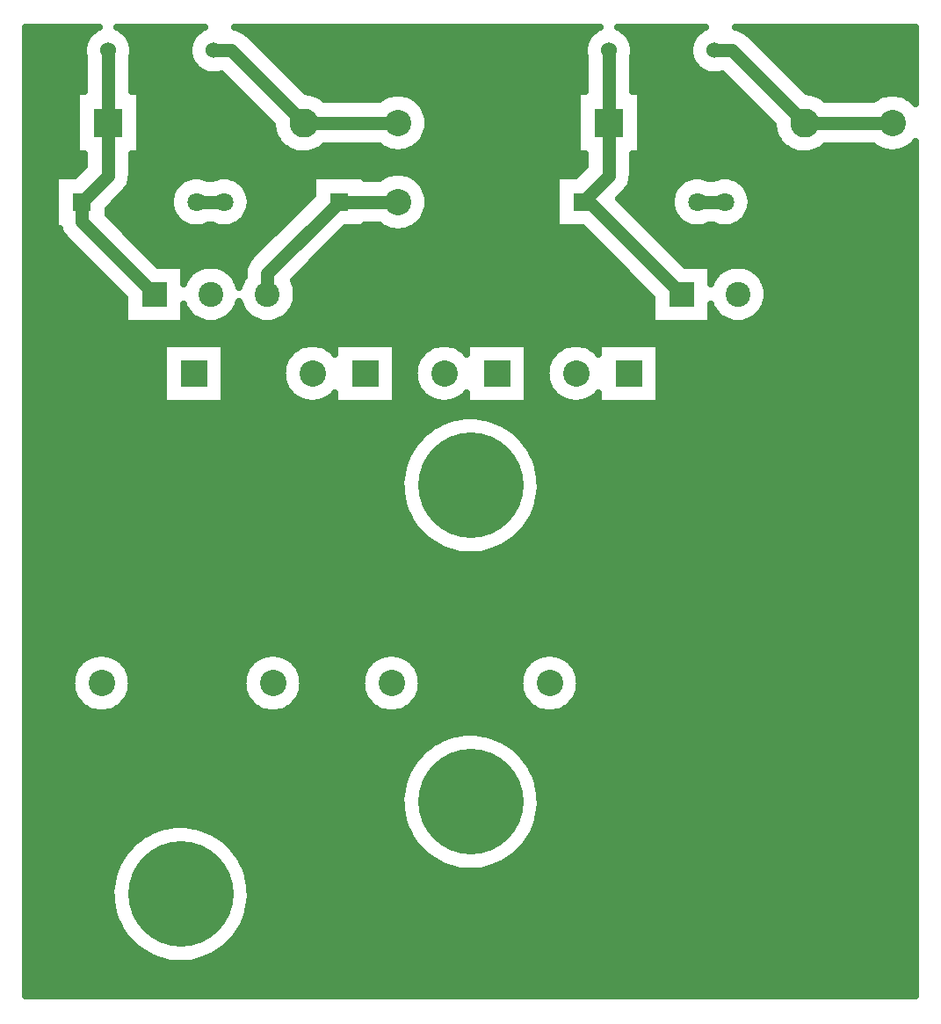
<source format=gbr>
G04 DipTrace 3.1.0.1*
G04 Bottom.gbr*
%MOIN*%
G04 #@! TF.FileFunction,Copper,L2,Bot*
G04 #@! TF.Part,Single*
G04 #@! TA.AperFunction,Conductor*
%ADD14C,0.012992*%
%ADD16C,0.05*%
G04 #@! TA.AperFunction,CopperBalancing*
%ADD18C,0.025*%
G04 #@! TA.AperFunction,ComponentPad*
%ADD20R,0.070866X0.070866*%
%ADD21C,0.070866*%
%ADD22R,0.110236X0.110236*%
%ADD23C,0.110236*%
%ADD24C,0.1*%
%ADD25R,0.1X0.1*%
%ADD26C,0.4*%
%ADD27C,0.06*%
%ADD28C,0.06*%
%ADD29R,0.094488X0.094488*%
%ADD30C,0.094488*%
%FSLAX26Y26*%
G04*
G70*
G90*
G75*
G01*
G04 Bottom*
%LPD*%
X1423134Y3144000D2*
D16*
Y3223134D1*
X1694000Y3494000D1*
X1919000D1*
X3094000Y2844000D2*
D14*
X3394000Y3144000D1*
X3423134D1*
X2931500Y1669000D2*
Y2181500D1*
X3094000Y2344000D1*
Y2844000D1*
X3423134Y3144000D2*
X3494000D1*
X3594000Y3044000D1*
Y1669000D1*
X3294000Y869000D2*
Y1669000D1*
X3594000D1*
X3423134Y3144000D2*
D16*
Y3323134D1*
X3594000Y3494000D1*
X3794000D1*
X719000D2*
Y3419000D1*
X994000Y3144000D1*
X819000Y3794000D2*
Y3594000D1*
X719000Y3494000D1*
X819000Y3794000D2*
Y4069000D1*
X1154039Y3494000D2*
X1258961D1*
X2619000D2*
X2644000D1*
X2994000Y3144000D1*
X2719000Y3794000D2*
Y3594000D1*
X2619000Y3494000D1*
X2719000Y4069000D2*
Y3794000D1*
X3054039Y3494000D2*
X3158961D1*
X1219000Y4069000D2*
X1285732D1*
X1560732Y3794000D1*
X1919000D1*
X3460732D2*
X3794000D1*
X3119000Y4069000D2*
X3185732D1*
X3460732Y3794000D1*
X509018Y4131631D2*
D18*
X747062D1*
X890933D2*
X1147063D1*
X1350753D2*
X2647093D1*
X2790929D2*
X3047094D1*
X3250749D2*
X3878997D1*
X509018Y4106762D2*
X730950D1*
X907046D2*
X1130950D1*
X1375621D2*
X2630982D1*
X2807041D2*
X3030983D1*
X3275617D2*
X3878997D1*
X509018Y4081894D2*
X723881D1*
X914114D2*
X1123882D1*
X1400488D2*
X2623877D1*
X2814110D2*
X3023877D1*
X3300484D2*
X3878997D1*
X509018Y4057025D2*
X723773D1*
X914222D2*
X1123774D1*
X1425357D2*
X2623769D1*
X2814218D2*
X3023769D1*
X3325353D2*
X3878997D1*
X509018Y4032156D2*
X728007D1*
X909988D2*
X1130556D1*
X1450224D2*
X2628003D1*
X2809984D2*
X3030551D1*
X3350220D2*
X3878997D1*
X509018Y4007287D2*
X728007D1*
X909988D2*
X1146273D1*
X1475092D2*
X2628003D1*
X2809984D2*
X3046269D1*
X3375088D2*
X3878997D1*
X509018Y3982419D2*
X728007D1*
X909988D2*
X1181189D1*
X1499959D2*
X2628003D1*
X2809984D2*
X3081220D1*
X3399955D2*
X3878997D1*
X509018Y3957550D2*
X728007D1*
X909988D2*
X1269535D1*
X1524828D2*
X2628003D1*
X2809984D2*
X3169531D1*
X3424823D2*
X3878997D1*
X509018Y3932681D2*
X728007D1*
X909988D2*
X1294403D1*
X1549696D2*
X2628003D1*
X2809984D2*
X3194399D1*
X3449727D2*
X3878997D1*
X509018Y3907812D2*
X697865D1*
X940130D2*
X1319270D1*
X1596668D2*
X2597896D1*
X2840126D2*
X3219266D1*
X3496664D2*
X3878997D1*
X509018Y3882944D2*
X697865D1*
X940130D2*
X1344139D1*
X1641702D2*
X1845979D1*
X1992004D2*
X2597896D1*
X2840126D2*
X3244134D1*
X3541698D2*
X3721000D1*
X3867024D2*
X3878997D1*
X509018Y3858075D2*
X697865D1*
X940130D2*
X1369007D1*
X2015185D2*
X2597896D1*
X2840126D2*
X3269003D1*
X509018Y3833206D2*
X697865D1*
X940130D2*
X1393874D1*
X2028031D2*
X2597896D1*
X2840126D2*
X3293870D1*
X509018Y3808337D2*
X697865D1*
X940130D2*
X1418741D1*
X2034096D2*
X2597896D1*
X2840126D2*
X3318738D1*
X509018Y3783469D2*
X697865D1*
X940130D2*
X1440093D1*
X2034526D2*
X2597896D1*
X2840126D2*
X3340089D1*
X509018Y3758600D2*
X697865D1*
X940130D2*
X1445009D1*
X2029323D2*
X2597896D1*
X2840126D2*
X3345005D1*
X509018Y3733731D2*
X697865D1*
X940130D2*
X1456062D1*
X2017661D2*
X2597896D1*
X2840126D2*
X3356058D1*
X509018Y3708862D2*
X697865D1*
X940130D2*
X1475654D1*
X1996560D2*
X2597896D1*
X2840126D2*
X3375650D1*
X509018Y3683993D2*
X697865D1*
X940130D2*
X1513870D1*
X1607613D2*
X1888573D1*
X1949445D2*
X2597896D1*
X2840126D2*
X3413866D1*
X3507608D2*
X3763558D1*
X3824429D2*
X3878997D1*
X509018Y3659125D2*
X728007D1*
X909988D2*
X2628003D1*
X2809984D2*
X3878997D1*
X509018Y3634256D2*
X728007D1*
X909988D2*
X2628003D1*
X2809984D2*
X3878997D1*
X509018Y3609387D2*
X706728D1*
X909988D2*
X2606723D1*
X2809984D2*
X3878997D1*
X509018Y3584518D2*
X617555D1*
X909486D2*
X1111609D1*
X1196451D2*
X1216534D1*
X1301377D2*
X1592564D1*
X1795430D2*
X1848024D1*
X1989958D2*
X2517551D1*
X2809482D2*
X3011605D1*
X3096483D2*
X3116530D1*
X3201373D2*
X3878997D1*
X509018Y3559650D2*
X617555D1*
X903062D2*
X1077518D1*
X1335467D2*
X1592564D1*
X2014072D2*
X2517551D1*
X2803058D2*
X2977514D1*
X3235462D2*
X3878997D1*
X509018Y3534781D2*
X617555D1*
X887273D2*
X1061407D1*
X1351614D2*
X1592564D1*
X2027421D2*
X2517551D1*
X2787269D2*
X2961403D1*
X3251610D2*
X3878997D1*
X509018Y3509912D2*
X617555D1*
X862585D2*
X1053907D1*
X1359114D2*
X1582266D1*
X2033881D2*
X2517551D1*
X2762581D2*
X2953903D1*
X3259110D2*
X3878997D1*
X509018Y3485043D2*
X617555D1*
X837717D2*
X1053010D1*
X1359975D2*
X1557398D1*
X2034634D2*
X2517551D1*
X2780630D2*
X2953007D1*
X3259971D2*
X3878997D1*
X509018Y3460175D2*
X617555D1*
X820421D2*
X1058572D1*
X1354449D2*
X1532530D1*
X2029825D2*
X2517551D1*
X2805499D2*
X2958568D1*
X3254445D2*
X3878997D1*
X509018Y3435306D2*
X617555D1*
X830361D2*
X1071886D1*
X1341101D2*
X1507663D1*
X2018630D2*
X2517551D1*
X2830366D2*
X2971881D1*
X3241096D2*
X3878997D1*
X509018Y3410437D2*
X617555D1*
X855228D2*
X1098583D1*
X1314438D2*
X1482795D1*
X1998319D2*
X2517551D1*
X2855234D2*
X2998579D1*
X3214434D2*
X3878997D1*
X509018Y3385568D2*
X634564D1*
X880096D2*
X1457928D1*
X1713219D2*
X1882975D1*
X1955043D2*
X2624773D1*
X2880101D2*
X3878997D1*
X509018Y3360699D2*
X649923D1*
X904965D2*
X1433024D1*
X1688352D2*
X2649642D1*
X2904970D2*
X3878997D1*
X509018Y3335831D2*
X674504D1*
X929832D2*
X1408156D1*
X1663484D2*
X2674509D1*
X2929837D2*
X3878997D1*
X509018Y3310962D2*
X699371D1*
X954699D2*
X1383289D1*
X1638617D2*
X2699377D1*
X2954705D2*
X3878997D1*
X509018Y3286093D2*
X724239D1*
X979567D2*
X1358420D1*
X1613748D2*
X2724244D1*
X2979572D2*
X3878997D1*
X509018Y3261224D2*
X749106D1*
X1004434D2*
X1340765D1*
X1588881D2*
X2749112D1*
X3004440D2*
X3878997D1*
X509018Y3236356D2*
X773975D1*
X1107243D2*
X1144945D1*
X1272167D2*
X1333122D1*
X1564013D2*
X2773980D1*
X3107248D2*
X3144950D1*
X3272172D2*
X3878997D1*
X509018Y3211487D2*
X798843D1*
X1107243D2*
X1118240D1*
X1298865D2*
X1332117D1*
X1539146D2*
X2798848D1*
X3107248D2*
X3118253D1*
X3298870D2*
X3878997D1*
X509018Y3186618D2*
X823710D1*
X1527841D2*
X2823715D1*
X3313295D2*
X3878997D1*
X509018Y3161749D2*
X848577D1*
X1534946D2*
X2848583D1*
X3320365D2*
X3878997D1*
X509018Y3136881D2*
X873446D1*
X1536131D2*
X2873450D1*
X3321584D2*
X3878997D1*
X509018Y3112012D2*
X880766D1*
X1531646D2*
X2880772D1*
X3317098D2*
X3878997D1*
X509018Y3087143D2*
X880766D1*
X1306113D2*
X1325587D1*
X1520665D2*
X2880772D1*
X3306118D2*
X3878997D1*
X509018Y3062274D2*
X880766D1*
X1107243D2*
X1131345D1*
X1285803D2*
X1345896D1*
X1500354D2*
X2880772D1*
X3107248D2*
X3131350D1*
X3285808D2*
X3878997D1*
X509018Y3037406D2*
X880766D1*
X1107243D2*
X1176021D1*
X1241092D2*
X1390609D1*
X1455678D2*
X2880772D1*
X3107248D2*
X3176026D1*
X3241096D2*
X3878997D1*
X509018Y3012537D2*
X3878997D1*
X509018Y2987668D2*
X3878997D1*
X509018Y2962799D2*
X3878997D1*
X509018Y2937930D2*
X1027999D1*
X1260003D2*
X1527794D1*
X1660219D2*
X1678005D1*
X1910008D2*
X2027804D1*
X2160228D2*
X2178016D1*
X2409983D2*
X2527778D1*
X2660203D2*
X2677990D1*
X2909993D2*
X3878997D1*
X509018Y2913062D2*
X1027999D1*
X1260003D2*
X1501419D1*
X1910008D2*
X2001429D1*
X2409983D2*
X2501440D1*
X2909993D2*
X3878997D1*
X509018Y2888193D2*
X1027999D1*
X1260003D2*
X1486958D1*
X1910008D2*
X1986967D1*
X2409983D2*
X2486942D1*
X2909993D2*
X3878997D1*
X509018Y2863324D2*
X1027999D1*
X1260003D2*
X1479673D1*
X1910008D2*
X1979647D1*
X2409983D2*
X2479657D1*
X2909993D2*
X3878997D1*
X509018Y2838455D2*
X1027999D1*
X1260003D2*
X1478130D1*
X1910008D2*
X1978140D1*
X2409983D2*
X2478151D1*
X2909993D2*
X3878997D1*
X509018Y2813587D2*
X1027999D1*
X1260003D2*
X1482150D1*
X1910008D2*
X1982159D1*
X2409983D2*
X2482134D1*
X2909993D2*
X3878997D1*
X509018Y2788718D2*
X1027999D1*
X1260003D2*
X1492377D1*
X1910008D2*
X1992386D1*
X2409983D2*
X2492361D1*
X2909993D2*
X3878997D1*
X509018Y2763849D2*
X1027999D1*
X1260003D2*
X1511143D1*
X1910008D2*
X2011154D1*
X2409983D2*
X2511129D1*
X2909993D2*
X3878997D1*
X509018Y2738980D2*
X1027999D1*
X1260003D2*
X1548463D1*
X1639550D2*
X1678005D1*
X1910008D2*
X2048437D1*
X2139559D2*
X2178016D1*
X2409983D2*
X2548448D1*
X2639534D2*
X2677990D1*
X2909993D2*
X3878997D1*
X509018Y2714112D2*
X3878997D1*
X509018Y2689243D2*
X3878997D1*
X509018Y2664374D2*
X2095446D1*
X2292534D2*
X3878997D1*
X509018Y2639505D2*
X2047253D1*
X2340762D2*
X3878997D1*
X509018Y2614636D2*
X2014993D1*
X2373022D2*
X3878997D1*
X509018Y2589768D2*
X1990807D1*
X2397172D2*
X3878997D1*
X509018Y2564899D2*
X1972076D1*
X2415904D2*
X3878997D1*
X509018Y2540030D2*
X1957436D1*
X2430545D2*
X3878997D1*
X509018Y2515161D2*
X1946168D1*
X2441812D2*
X3878997D1*
X509018Y2490293D2*
X1937843D1*
X2450173D2*
X3878997D1*
X509018Y2465424D2*
X1932136D1*
X2455878D2*
X3878997D1*
X509018Y2440555D2*
X1928871D1*
X2459108D2*
X3878997D1*
X509018Y2415686D2*
X1928010D1*
X2459970D2*
X3878997D1*
X509018Y2390818D2*
X1929517D1*
X2458499D2*
X3878997D1*
X509018Y2365949D2*
X1933392D1*
X2454587D2*
X3878997D1*
X509018Y2341080D2*
X1939780D1*
X2448199D2*
X3878997D1*
X509018Y2316211D2*
X1948858D1*
X2439121D2*
X3878997D1*
X509018Y2291343D2*
X1960988D1*
X2427028D2*
X3878997D1*
X509018Y2266474D2*
X1976633D1*
X2411382D2*
X3878997D1*
X509018Y2241605D2*
X1996656D1*
X2391358D2*
X3878997D1*
X509018Y2216736D2*
X2022601D1*
X2365379D2*
X3878997D1*
X509018Y2191867D2*
X2057911D1*
X2330068D2*
X3878997D1*
X509018Y2166999D2*
X2114500D1*
X2273479D2*
X3878997D1*
X509018Y2142130D2*
X3878997D1*
X509018Y2117261D2*
X3878997D1*
X509018Y2092392D2*
X3878997D1*
X509018Y2067524D2*
X3878997D1*
X509018Y2042655D2*
X3878997D1*
X509018Y2017786D2*
X3878997D1*
X509018Y1992917D2*
X3878997D1*
X509018Y1968049D2*
X3878997D1*
X509018Y1943180D2*
X3878997D1*
X509018Y1918311D2*
X3878997D1*
X509018Y1893442D2*
X3878997D1*
X509018Y1868573D2*
X3878997D1*
X509018Y1843705D2*
X3878997D1*
X509018Y1818836D2*
X3878997D1*
X509018Y1793967D2*
X3878997D1*
X509018Y1769098D2*
X737983D1*
X849990D2*
X1387990D1*
X1499996D2*
X1838013D1*
X1950020D2*
X2437996D1*
X2550003D2*
X3878997D1*
X509018Y1744230D2*
X706512D1*
X881496D2*
X1356518D1*
X1531501D2*
X1806507D1*
X1981490D2*
X2406526D1*
X2581474D2*
X3878997D1*
X509018Y1719361D2*
X689790D1*
X898218D2*
X1339797D1*
X1548224D2*
X1789785D1*
X1998211D2*
X2389768D1*
X2598231D2*
X3878997D1*
X509018Y1694492D2*
X680891D1*
X907117D2*
X1330898D1*
X1557088D2*
X1780885D1*
X2007112D2*
X2380904D1*
X2607094D2*
X3878997D1*
X509018Y1669623D2*
X677984D1*
X909988D2*
X1327991D1*
X1559993D2*
X1778014D1*
X2009982D2*
X2377997D1*
X2610001D2*
X3878997D1*
X509018Y1644755D2*
X680604D1*
X907369D2*
X1330610D1*
X1557374D2*
X1780634D1*
X2007398D2*
X2380617D1*
X2607382D2*
X3878997D1*
X509018Y1619886D2*
X689180D1*
X898828D2*
X1339186D1*
X1548835D2*
X1789175D1*
X1998822D2*
X2389194D1*
X2598841D2*
X3878997D1*
X509018Y1595017D2*
X705436D1*
X882572D2*
X1355442D1*
X1532579D2*
X1805429D1*
X1982566D2*
X2405413D1*
X2582585D2*
X3878997D1*
X509018Y1570148D2*
X735722D1*
X852286D2*
X1385728D1*
X1502256D2*
X1835717D1*
X1952280D2*
X2435735D1*
X2552264D2*
X3878997D1*
X509018Y1545280D2*
X3878997D1*
X509018Y1520411D2*
X3878997D1*
X509018Y1495542D2*
X3878997D1*
X509018Y1470673D2*
X2113459D1*
X2274556D2*
X3878997D1*
X509018Y1445804D2*
X2057373D1*
X2330643D2*
X3878997D1*
X509018Y1420936D2*
X2022241D1*
X2365773D2*
X3878997D1*
X509018Y1396067D2*
X1996370D1*
X2391646D2*
X3878997D1*
X509018Y1371198D2*
X1976417D1*
X2411597D2*
X3878997D1*
X509018Y1346329D2*
X1960808D1*
X2427207D2*
X3878997D1*
X509018Y1321461D2*
X1948751D1*
X2439264D2*
X3878997D1*
X509018Y1296592D2*
X1939672D1*
X2448307D2*
X3878997D1*
X509018Y1271723D2*
X1933322D1*
X2454659D2*
X3878997D1*
X509018Y1246854D2*
X1929482D1*
X2458534D2*
X3878997D1*
X509018Y1221986D2*
X1928010D1*
X2459970D2*
X3878997D1*
X509018Y1197117D2*
X1928907D1*
X2459072D2*
X3878997D1*
X509018Y1172248D2*
X1932173D1*
X2455807D2*
X3878997D1*
X509018Y1147379D2*
X1937915D1*
X2450066D2*
X3878997D1*
X509018Y1122510D2*
X1019638D1*
X1168354D2*
X1946311D1*
X2441705D2*
X3878997D1*
X509018Y1097642D2*
X960537D1*
X1227491D2*
X1957614D1*
X2430400D2*
X3878997D1*
X509018Y1072773D2*
X924437D1*
X1263555D2*
X1972291D1*
X2415688D2*
X3878997D1*
X509018Y1047904D2*
X898026D1*
X1289966D2*
X1991094D1*
X2396885D2*
X3878997D1*
X509018Y1023035D2*
X877715D1*
X1310276D2*
X2015352D1*
X2372663D2*
X3878997D1*
X509018Y998167D2*
X861819D1*
X1326173D2*
X2047756D1*
X2340260D2*
X3878997D1*
X509018Y973298D2*
X849510D1*
X1338480D2*
X2096307D1*
X2291709D2*
X3878997D1*
X509018Y948429D2*
X840253D1*
X1347739D2*
X3878997D1*
X509018Y923560D2*
X833722D1*
X1354306D2*
X3878997D1*
X509018Y898692D2*
X829667D1*
X1358325D2*
X3878997D1*
X509018Y873823D2*
X828052D1*
X1359940D2*
X3878997D1*
X509018Y848954D2*
X828770D1*
X1359222D2*
X3878997D1*
X509018Y824085D2*
X831856D1*
X1356136D2*
X3878997D1*
X509018Y799217D2*
X837417D1*
X1350573D2*
X3878997D1*
X509018Y774348D2*
X845600D1*
X1342428D2*
X3878997D1*
X509018Y749479D2*
X856652D1*
X1331340D2*
X3878997D1*
X509018Y724610D2*
X871077D1*
X1316915D2*
X3878997D1*
X509018Y699741D2*
X889558D1*
X1298434D2*
X3878997D1*
X509018Y674873D2*
X913312D1*
X1274678D2*
X3878997D1*
X509018Y650004D2*
X944963D1*
X1243029D2*
X3878997D1*
X509018Y625135D2*
X991684D1*
X1196308D2*
X3878997D1*
X509018Y600266D2*
X3878997D1*
X509018Y575398D2*
X3878997D1*
X509018Y550529D2*
X3878997D1*
X509018Y525660D2*
X3878997D1*
X509018Y500791D2*
X3878997D1*
X629253Y3592933D2*
X692804D1*
X730500Y3630745D1*
Y3675349D1*
X700382Y3675382D1*
Y3912618D1*
X730488D1*
X730500Y4038837D1*
X728084Y4047173D1*
X726651Y4054374D1*
X725789Y4061664D1*
X725500Y4069000D1*
X725789Y4076336D1*
X726651Y4083626D1*
X728084Y4090827D1*
X730076Y4097894D1*
X732617Y4104781D1*
X735690Y4111448D1*
X739278Y4117853D1*
X743357Y4123958D1*
X747902Y4129723D1*
X752886Y4135114D1*
X758277Y4140098D1*
X764042Y4144643D1*
X770147Y4148722D1*
X776552Y4152310D1*
X786260Y4156504D1*
X506497Y4156500D1*
X506500Y481505D1*
X3881503Y481500D1*
X3881500Y3721722D1*
X3874257Y3713743D1*
X3867713Y3707694D1*
X3860714Y3702177D1*
X3853303Y3697226D1*
X3845528Y3692871D1*
X3837434Y3689139D1*
X3829073Y3686055D1*
X3820496Y3683636D1*
X3811756Y3681898D1*
X3802906Y3680850D1*
X3794000Y3680500D1*
X3785094Y3680850D1*
X3776244Y3681898D1*
X3767504Y3683636D1*
X3758927Y3686055D1*
X3750566Y3689139D1*
X3742472Y3692871D1*
X3734697Y3697226D1*
X3727286Y3702177D1*
X3723049Y3705517D1*
X3539689Y3705500D1*
X3531709Y3698961D1*
X3524143Y3693755D1*
X3516198Y3689148D1*
X3507920Y3685172D1*
X3499358Y3681846D1*
X3490566Y3679194D1*
X3481593Y3677231D1*
X3472497Y3675967D1*
X3463329Y3675411D1*
X3454147Y3675564D1*
X3445004Y3676429D1*
X3435955Y3677999D1*
X3427054Y3680264D1*
X3418356Y3683210D1*
X3409911Y3686820D1*
X3401772Y3691073D1*
X3393986Y3695944D1*
X3386598Y3701402D1*
X3379656Y3707415D1*
X3373201Y3713946D1*
X3367270Y3720959D1*
X3361899Y3728408D1*
X3357121Y3736252D1*
X3352963Y3744441D1*
X3349451Y3752928D1*
X3346608Y3761660D1*
X3344448Y3770587D1*
X3342986Y3779654D1*
X3342361Y3787197D1*
X3149108Y3980466D1*
X3140827Y3978084D1*
X3133626Y3976651D1*
X3126336Y3975789D1*
X3119000Y3975500D1*
X3111664Y3975789D1*
X3104374Y3976651D1*
X3097173Y3978084D1*
X3090106Y3980076D1*
X3083219Y3982617D1*
X3076552Y3985690D1*
X3070147Y3989278D1*
X3064042Y3993357D1*
X3058277Y3997902D1*
X3052886Y4002886D1*
X3047902Y4008277D1*
X3043357Y4014042D1*
X3039278Y4020147D1*
X3035690Y4026552D1*
X3032617Y4033219D1*
X3030076Y4040106D1*
X3028084Y4047173D1*
X3026651Y4054374D1*
X3025789Y4061664D1*
X3025500Y4069000D1*
X3025789Y4076336D1*
X3026651Y4083626D1*
X3028084Y4090827D1*
X3030076Y4097894D1*
X3032617Y4104781D1*
X3035690Y4111448D1*
X3039278Y4117853D1*
X3043357Y4123958D1*
X3047902Y4129723D1*
X3052886Y4135114D1*
X3058277Y4140098D1*
X3064042Y4144643D1*
X3070147Y4148722D1*
X3076552Y4152310D1*
X3086260Y4156504D1*
X2751986Y4156500D1*
X2761448Y4152310D1*
X2767853Y4148722D1*
X2773958Y4144643D1*
X2779723Y4140098D1*
X2785114Y4135114D1*
X2790098Y4129723D1*
X2794643Y4123958D1*
X2798722Y4117853D1*
X2802310Y4111448D1*
X2805383Y4104781D1*
X2807924Y4097894D1*
X2809916Y4090827D1*
X2811349Y4083626D1*
X2812211Y4076336D1*
X2812500Y4069000D1*
X2812211Y4061664D1*
X2811349Y4054374D1*
X2809916Y4047173D1*
X2807497Y4038950D1*
X2807500Y3912652D1*
X2837618Y3912618D1*
Y3675382D1*
X2807512D1*
X2807500Y3594000D1*
X2807227Y3587056D1*
X2806411Y3580156D1*
X2805055Y3573340D1*
X2803168Y3566652D1*
X2800764Y3560133D1*
X2797854Y3553822D1*
X2794459Y3547759D1*
X2790598Y3541982D1*
X2786297Y3536524D1*
X2775083Y3524925D1*
X2756636Y3506479D1*
X3008402Y3254756D1*
X3104744Y3254744D1*
Y3182509D1*
X3109894Y3194277D1*
X3114142Y3201864D1*
X3118972Y3209093D1*
X3124357Y3215923D1*
X3130259Y3222308D1*
X3136644Y3228210D1*
X3143474Y3233594D1*
X3150703Y3238425D1*
X3158290Y3242673D1*
X3166186Y3246314D1*
X3174345Y3249324D1*
X3182714Y3251684D1*
X3191243Y3253381D1*
X3199878Y3254403D1*
X3208567Y3254744D1*
X3217256Y3254403D1*
X3225891Y3253381D1*
X3234420Y3251684D1*
X3242789Y3249324D1*
X3250948Y3246314D1*
X3258844Y3242673D1*
X3266430Y3238425D1*
X3273660Y3233594D1*
X3280490Y3228210D1*
X3286875Y3222308D1*
X3292777Y3215923D1*
X3298161Y3209093D1*
X3302992Y3201864D1*
X3307240Y3194277D1*
X3310881Y3186381D1*
X3313891Y3178222D1*
X3316251Y3169853D1*
X3317948Y3161324D1*
X3318970Y3152689D1*
X3319311Y3144000D1*
X3318970Y3135311D1*
X3317948Y3126676D1*
X3316251Y3118147D1*
X3313891Y3109778D1*
X3310881Y3101619D1*
X3307240Y3093723D1*
X3302992Y3086136D1*
X3298161Y3078907D1*
X3292777Y3072077D1*
X3286875Y3065692D1*
X3280490Y3059790D1*
X3273660Y3054406D1*
X3266430Y3049575D1*
X3258844Y3045327D1*
X3250948Y3041686D1*
X3242789Y3038676D1*
X3234420Y3036316D1*
X3225891Y3034619D1*
X3217256Y3033597D1*
X3208567Y3033256D1*
X3199878Y3033597D1*
X3191243Y3034619D1*
X3182714Y3036316D1*
X3174345Y3038676D1*
X3166186Y3041686D1*
X3158290Y3045327D1*
X3150703Y3049575D1*
X3143474Y3054406D1*
X3136644Y3059790D1*
X3130259Y3065692D1*
X3124357Y3072077D1*
X3118972Y3078907D1*
X3114142Y3086136D1*
X3109894Y3093723D1*
X3104736Y3105731D1*
X3104744Y3033256D1*
X2883256D1*
Y3129605D1*
X2617774Y3395068D1*
X2520067Y3395067D1*
Y3592933D1*
X2592804D1*
X2630500Y3630745D1*
Y3675349D1*
X2600382Y3675382D1*
Y3912618D1*
X2630488D1*
X2630500Y4038837D1*
X2628084Y4047173D1*
X2626651Y4054374D1*
X2625789Y4061664D1*
X2625500Y4069000D1*
X2625789Y4076336D1*
X2626651Y4083626D1*
X2628084Y4090827D1*
X2630076Y4097894D1*
X2632617Y4104781D1*
X2635690Y4111448D1*
X2639278Y4117853D1*
X2643357Y4123958D1*
X2647902Y4129723D1*
X2652886Y4135114D1*
X2658277Y4140098D1*
X2664042Y4144643D1*
X2670147Y4148722D1*
X2676552Y4152310D1*
X2686260Y4156504D1*
X1299576Y4156411D1*
X1306392Y4155055D1*
X1313080Y4153168D1*
X1319600Y4150764D1*
X1325911Y4147854D1*
X1331974Y4144459D1*
X1337751Y4140598D1*
X1343209Y4136297D1*
X1354807Y4125083D1*
X1567466Y3912424D1*
X1580407Y3910975D1*
X1589398Y3909102D1*
X1598217Y3906539D1*
X1606811Y3903302D1*
X1615130Y3899409D1*
X1623122Y3894885D1*
X1630740Y3889756D1*
X1639596Y3882516D1*
X1847913Y3882500D1*
X1859697Y3890774D1*
X1867472Y3895129D1*
X1875566Y3898861D1*
X1883927Y3901945D1*
X1892504Y3904364D1*
X1901244Y3906102D1*
X1910094Y3907150D1*
X1919000Y3907500D1*
X1927906Y3907150D1*
X1936756Y3906102D1*
X1945496Y3904364D1*
X1954073Y3901945D1*
X1962434Y3898861D1*
X1970528Y3895129D1*
X1978303Y3890774D1*
X1985714Y3885823D1*
X1992713Y3880306D1*
X1999257Y3874257D1*
X2005306Y3867713D1*
X2010823Y3860714D1*
X2015774Y3853303D1*
X2020129Y3845528D1*
X2023861Y3837434D1*
X2026945Y3829073D1*
X2029364Y3820496D1*
X2031102Y3811756D1*
X2032150Y3802906D1*
X2032500Y3794000D1*
X2032150Y3785094D1*
X2031102Y3776244D1*
X2029364Y3767504D1*
X2026945Y3758927D1*
X2023861Y3750566D1*
X2020129Y3742472D1*
X2015774Y3734697D1*
X2010823Y3727286D1*
X2005306Y3720287D1*
X1999257Y3713743D1*
X1992713Y3707694D1*
X1985714Y3702177D1*
X1978303Y3697226D1*
X1970528Y3692871D1*
X1962434Y3689139D1*
X1954073Y3686055D1*
X1945496Y3683636D1*
X1936756Y3681898D1*
X1927906Y3680850D1*
X1919000Y3680500D1*
X1910094Y3680850D1*
X1901244Y3681898D1*
X1892504Y3683636D1*
X1883927Y3686055D1*
X1875566Y3689139D1*
X1867472Y3692871D1*
X1859697Y3697226D1*
X1852286Y3702177D1*
X1848049Y3705517D1*
X1639714Y3705500D1*
X1631709Y3698961D1*
X1624143Y3693755D1*
X1616198Y3689148D1*
X1607920Y3685172D1*
X1599358Y3681846D1*
X1590566Y3679194D1*
X1581593Y3677231D1*
X1572497Y3675967D1*
X1563329Y3675411D1*
X1554147Y3675564D1*
X1545004Y3676429D1*
X1535955Y3677999D1*
X1527054Y3680264D1*
X1518356Y3683210D1*
X1509911Y3686820D1*
X1501772Y3691073D1*
X1493986Y3695944D1*
X1486598Y3701402D1*
X1479656Y3707415D1*
X1473201Y3713946D1*
X1467270Y3720959D1*
X1461899Y3728408D1*
X1457121Y3736252D1*
X1452963Y3744441D1*
X1449451Y3752928D1*
X1446608Y3761660D1*
X1444448Y3770587D1*
X1442986Y3779654D1*
X1442361Y3787197D1*
X1249108Y3980466D1*
X1240827Y3978084D1*
X1233626Y3976651D1*
X1226336Y3975789D1*
X1219000Y3975500D1*
X1211664Y3975789D1*
X1204374Y3976651D1*
X1197173Y3978084D1*
X1190106Y3980076D1*
X1183219Y3982617D1*
X1176552Y3985690D1*
X1170147Y3989278D1*
X1164042Y3993357D1*
X1158277Y3997902D1*
X1152886Y4002886D1*
X1147902Y4008277D1*
X1143357Y4014042D1*
X1139278Y4020147D1*
X1135690Y4026552D1*
X1132617Y4033219D1*
X1130076Y4040106D1*
X1128084Y4047173D1*
X1126651Y4054374D1*
X1125789Y4061664D1*
X1125500Y4069000D1*
X1125789Y4076336D1*
X1126651Y4083626D1*
X1128084Y4090827D1*
X1130076Y4097894D1*
X1132617Y4104781D1*
X1135690Y4111448D1*
X1139278Y4117853D1*
X1143357Y4123958D1*
X1147902Y4129723D1*
X1152886Y4135114D1*
X1158277Y4140098D1*
X1164042Y4144643D1*
X1170147Y4148722D1*
X1176552Y4152310D1*
X1186260Y4156504D1*
X851990Y4156500D1*
X861448Y4152310D1*
X867853Y4148722D1*
X873958Y4144643D1*
X879723Y4140098D1*
X885114Y4135114D1*
X890098Y4129723D1*
X894643Y4123958D1*
X898722Y4117853D1*
X902310Y4111448D1*
X905383Y4104781D1*
X907924Y4097894D1*
X909916Y4090827D1*
X911349Y4083626D1*
X912211Y4076336D1*
X912500Y4069000D1*
X912211Y4061664D1*
X911349Y4054374D1*
X909916Y4047173D1*
X907497Y4038950D1*
X907500Y3912652D1*
X937618Y3912618D1*
Y3675382D1*
X907512D1*
X907500Y3594000D1*
X907227Y3587056D1*
X906411Y3580156D1*
X905055Y3573340D1*
X903169Y3566652D1*
X900764Y3560133D1*
X897854Y3553822D1*
X894459Y3547759D1*
X890598Y3541980D1*
X886297Y3536524D1*
X875083Y3524925D1*
X817916Y3467757D1*
X817933Y3445198D1*
X1008396Y3254761D1*
X1104744Y3254744D1*
Y3182509D1*
X1109894Y3194277D1*
X1114142Y3201864D1*
X1118972Y3209093D1*
X1124357Y3215923D1*
X1130259Y3222308D1*
X1136644Y3228210D1*
X1143474Y3233594D1*
X1150703Y3238425D1*
X1158290Y3242673D1*
X1166186Y3246314D1*
X1174345Y3249324D1*
X1182714Y3251684D1*
X1191243Y3253381D1*
X1199878Y3254403D1*
X1208567Y3254744D1*
X1217256Y3254403D1*
X1225891Y3253381D1*
X1234420Y3251684D1*
X1242789Y3249324D1*
X1250948Y3246314D1*
X1258844Y3242673D1*
X1266430Y3238425D1*
X1273660Y3233594D1*
X1280490Y3228210D1*
X1286875Y3222308D1*
X1292777Y3215923D1*
X1298161Y3209093D1*
X1302992Y3201864D1*
X1307240Y3194277D1*
X1310881Y3186381D1*
X1313891Y3178222D1*
X1315818Y3171390D1*
X1317810Y3178222D1*
X1320820Y3186381D1*
X1324461Y3194277D1*
X1328709Y3201864D1*
X1334655Y3210508D1*
X1334907Y3230077D1*
X1335723Y3236978D1*
X1337079Y3243794D1*
X1338966Y3250482D1*
X1341370Y3257001D1*
X1344280Y3263312D1*
X1347675Y3269375D1*
X1351535Y3275154D1*
X1355837Y3280610D1*
X1367051Y3292209D1*
X1595087Y3520244D1*
X1595067Y3592933D1*
X1792933D1*
Y3582491D1*
X1847907Y3582500D1*
X1859697Y3590774D1*
X1867472Y3595129D1*
X1875566Y3598861D1*
X1883927Y3601945D1*
X1892504Y3604364D1*
X1901244Y3606102D1*
X1910094Y3607150D1*
X1919000Y3607500D1*
X1927906Y3607150D1*
X1936756Y3606102D1*
X1945496Y3604364D1*
X1954073Y3601945D1*
X1962434Y3598861D1*
X1970528Y3595129D1*
X1978303Y3590774D1*
X1985714Y3585823D1*
X1992713Y3580306D1*
X1999257Y3574257D1*
X2005306Y3567713D1*
X2010823Y3560714D1*
X2015774Y3553303D1*
X2020129Y3545528D1*
X2023861Y3537434D1*
X2026945Y3529073D1*
X2029364Y3520496D1*
X2031102Y3511756D1*
X2032150Y3502906D1*
X2032500Y3494000D1*
X2032150Y3485094D1*
X2031102Y3476244D1*
X2029364Y3467504D1*
X2026945Y3458927D1*
X2023861Y3450566D1*
X2020129Y3442472D1*
X2015774Y3434697D1*
X2010823Y3427286D1*
X2005306Y3420287D1*
X1999257Y3413743D1*
X1992713Y3407694D1*
X1985714Y3402177D1*
X1978303Y3397226D1*
X1970528Y3392871D1*
X1962434Y3389139D1*
X1954073Y3386055D1*
X1945496Y3383636D1*
X1936756Y3381898D1*
X1927906Y3380850D1*
X1919000Y3380500D1*
X1910094Y3380850D1*
X1901244Y3381898D1*
X1892504Y3383636D1*
X1883927Y3386055D1*
X1875566Y3389139D1*
X1867472Y3392871D1*
X1859697Y3397226D1*
X1852286Y3402177D1*
X1848049Y3405517D1*
X1792938Y3405500D1*
X1792933Y3395067D1*
X1720196D1*
X1520982Y3195824D1*
X1525448Y3186381D1*
X1528458Y3178222D1*
X1530818Y3169853D1*
X1532514Y3161324D1*
X1533537Y3152689D1*
X1533878Y3144000D1*
X1533537Y3135311D1*
X1532514Y3126676D1*
X1530818Y3118147D1*
X1528458Y3109778D1*
X1525448Y3101619D1*
X1521807Y3093723D1*
X1517559Y3086136D1*
X1512728Y3078907D1*
X1507344Y3072077D1*
X1501442Y3065692D1*
X1495056Y3059790D1*
X1488227Y3054406D1*
X1480997Y3049575D1*
X1473411Y3045327D1*
X1465514Y3041686D1*
X1457356Y3038676D1*
X1448987Y3036316D1*
X1440458Y3034619D1*
X1431823Y3033597D1*
X1423134Y3033256D1*
X1414445Y3033597D1*
X1405810Y3034619D1*
X1397281Y3036316D1*
X1388912Y3038676D1*
X1380753Y3041686D1*
X1372857Y3045327D1*
X1365270Y3049575D1*
X1358041Y3054406D1*
X1351211Y3059790D1*
X1344825Y3065692D1*
X1338924Y3072077D1*
X1333539Y3078907D1*
X1328709Y3086136D1*
X1324461Y3093723D1*
X1320820Y3101619D1*
X1317810Y3109778D1*
X1315883Y3116610D1*
X1313891Y3109778D1*
X1310881Y3101619D1*
X1307240Y3093723D1*
X1302992Y3086136D1*
X1298161Y3078907D1*
X1292777Y3072077D1*
X1286875Y3065692D1*
X1280490Y3059790D1*
X1273660Y3054406D1*
X1266430Y3049575D1*
X1258844Y3045327D1*
X1250948Y3041686D1*
X1242789Y3038676D1*
X1234420Y3036316D1*
X1225891Y3034619D1*
X1217256Y3033597D1*
X1208567Y3033256D1*
X1199878Y3033597D1*
X1191243Y3034619D1*
X1182714Y3036316D1*
X1174345Y3038676D1*
X1166186Y3041686D1*
X1158290Y3045327D1*
X1150703Y3049575D1*
X1143474Y3054406D1*
X1136644Y3059790D1*
X1130259Y3065692D1*
X1124357Y3072077D1*
X1118972Y3078907D1*
X1114142Y3086136D1*
X1109894Y3093723D1*
X1104736Y3105731D1*
X1104744Y3033256D1*
X883256D1*
Y3129605D1*
X656421Y3356421D1*
X651703Y3361524D1*
X647402Y3366980D1*
X643541Y3372759D1*
X640146Y3378822D1*
X637236Y3385133D1*
X634824Y3391678D1*
X625020Y3395067D1*
X620067D1*
Y3592933D1*
X629253D1*
X1198210Y3405507D2*
X1191899Y3402597D1*
X1184612Y3399909D1*
X1177135Y3397801D1*
X1169516Y3396285D1*
X1161802Y3395371D1*
X1154039Y3395067D1*
X1146277Y3395371D1*
X1138563Y3396285D1*
X1130944Y3397801D1*
X1123467Y3399909D1*
X1116180Y3402597D1*
X1109125Y3405850D1*
X1102346Y3409646D1*
X1095888Y3413962D1*
X1089787Y3418770D1*
X1084083Y3424043D1*
X1078810Y3429748D1*
X1074001Y3435849D1*
X1069685Y3442307D1*
X1065890Y3449085D1*
X1062636Y3456140D1*
X1059949Y3463428D1*
X1057840Y3470904D1*
X1056324Y3478524D1*
X1055411Y3486238D1*
X1055106Y3494000D1*
X1055411Y3501762D1*
X1056324Y3509476D1*
X1057840Y3517096D1*
X1059949Y3524572D1*
X1062636Y3531860D1*
X1065890Y3538915D1*
X1069685Y3545693D1*
X1074001Y3552151D1*
X1078810Y3558252D1*
X1084083Y3563957D1*
X1089787Y3569230D1*
X1095888Y3574038D1*
X1102346Y3578354D1*
X1109125Y3582150D1*
X1116180Y3585403D1*
X1123467Y3588091D1*
X1130944Y3590199D1*
X1138563Y3591715D1*
X1146277Y3592629D1*
X1154039Y3592933D1*
X1161802Y3592629D1*
X1169516Y3591715D1*
X1177135Y3590199D1*
X1184612Y3588091D1*
X1191899Y3585403D1*
X1198210Y3582493D1*
X1214719Y3582500D1*
X1221101Y3585403D1*
X1228388Y3588091D1*
X1235865Y3590199D1*
X1243484Y3591715D1*
X1251198Y3592629D1*
X1258961Y3592933D1*
X1266723Y3592629D1*
X1274437Y3591715D1*
X1282056Y3590199D1*
X1289533Y3588091D1*
X1296820Y3585403D1*
X1303875Y3582150D1*
X1310654Y3578354D1*
X1317112Y3574038D1*
X1323213Y3569230D1*
X1328917Y3563957D1*
X1334190Y3558252D1*
X1338999Y3552151D1*
X1343315Y3545693D1*
X1347110Y3538915D1*
X1350364Y3531860D1*
X1353051Y3524572D1*
X1355160Y3517096D1*
X1356676Y3509476D1*
X1357589Y3501762D1*
X1357894Y3494000D1*
X1357589Y3486238D1*
X1356676Y3478524D1*
X1355160Y3470904D1*
X1353051Y3463428D1*
X1350364Y3456140D1*
X1347110Y3449085D1*
X1343315Y3442307D1*
X1338999Y3435849D1*
X1334190Y3429748D1*
X1328917Y3424043D1*
X1323213Y3418770D1*
X1317112Y3413962D1*
X1310654Y3409646D1*
X1303875Y3405850D1*
X1296820Y3402597D1*
X1289533Y3399909D1*
X1282056Y3397801D1*
X1274437Y3396285D1*
X1266723Y3395371D1*
X1258961Y3395067D1*
X1251198Y3395371D1*
X1243484Y3396285D1*
X1235865Y3397801D1*
X1228388Y3399909D1*
X1221101Y3402597D1*
X1214790Y3405507D1*
X1198281Y3405500D1*
X3098210Y3405507D2*
X3091899Y3402597D1*
X3084612Y3399909D1*
X3077135Y3397801D1*
X3069516Y3396285D1*
X3061802Y3395371D1*
X3054039Y3395067D1*
X3046277Y3395371D1*
X3038563Y3396285D1*
X3030944Y3397801D1*
X3023467Y3399909D1*
X3016180Y3402597D1*
X3009125Y3405850D1*
X3002346Y3409646D1*
X2995888Y3413962D1*
X2989787Y3418770D1*
X2984083Y3424043D1*
X2978810Y3429748D1*
X2974001Y3435849D1*
X2969685Y3442307D1*
X2965890Y3449085D1*
X2962636Y3456140D1*
X2959949Y3463428D1*
X2957840Y3470904D1*
X2956324Y3478524D1*
X2955411Y3486238D1*
X2955106Y3494000D1*
X2955411Y3501762D1*
X2956324Y3509476D1*
X2957840Y3517096D1*
X2959949Y3524572D1*
X2962636Y3531860D1*
X2965890Y3538915D1*
X2969685Y3545693D1*
X2974001Y3552151D1*
X2978810Y3558252D1*
X2984083Y3563957D1*
X2989787Y3569230D1*
X2995888Y3574038D1*
X3002346Y3578354D1*
X3009125Y3582150D1*
X3016180Y3585403D1*
X3023467Y3588091D1*
X3030944Y3590199D1*
X3038563Y3591715D1*
X3046277Y3592629D1*
X3054039Y3592933D1*
X3061802Y3592629D1*
X3069516Y3591715D1*
X3077135Y3590199D1*
X3084612Y3588091D1*
X3091899Y3585403D1*
X3098210Y3582493D1*
X3114719Y3582500D1*
X3121101Y3585403D1*
X3128388Y3588091D1*
X3135865Y3590199D1*
X3143484Y3591715D1*
X3151198Y3592629D1*
X3158961Y3592933D1*
X3166723Y3592629D1*
X3174437Y3591715D1*
X3182056Y3590199D1*
X3189533Y3588091D1*
X3196820Y3585403D1*
X3203875Y3582150D1*
X3210654Y3578354D1*
X3217112Y3574038D1*
X3223213Y3569230D1*
X3228917Y3563957D1*
X3234190Y3558252D1*
X3238999Y3552151D1*
X3243315Y3545693D1*
X3247110Y3538915D1*
X3250364Y3531860D1*
X3253051Y3524572D1*
X3255160Y3517096D1*
X3256676Y3509476D1*
X3257589Y3501762D1*
X3257894Y3494000D1*
X3257589Y3486238D1*
X3256676Y3478524D1*
X3255160Y3470904D1*
X3253051Y3463428D1*
X3250364Y3456140D1*
X3247110Y3449085D1*
X3243315Y3442307D1*
X3238999Y3435849D1*
X3234190Y3429748D1*
X3228917Y3424043D1*
X3223213Y3418770D1*
X3217112Y3413962D1*
X3210654Y3409646D1*
X3203875Y3405850D1*
X3196820Y3402597D1*
X3189533Y3399909D1*
X3182056Y3397801D1*
X3174437Y3396285D1*
X3166723Y3395371D1*
X3158961Y3395067D1*
X3151198Y3395371D1*
X3143484Y3396285D1*
X3135865Y3397801D1*
X3128388Y3399909D1*
X3121101Y3402597D1*
X3114790Y3405507D1*
X3098281Y3405500D1*
X3467535Y3912337D2*
X3480407Y3910975D1*
X3489398Y3909102D1*
X3498217Y3906539D1*
X3506811Y3903302D1*
X3515130Y3899409D1*
X3523122Y3894885D1*
X3530740Y3889756D1*
X3539596Y3882516D1*
X3722938Y3882500D1*
X3734697Y3890774D1*
X3742472Y3895129D1*
X3750566Y3898861D1*
X3758927Y3901945D1*
X3767504Y3904364D1*
X3776244Y3906102D1*
X3785094Y3907150D1*
X3794000Y3907500D1*
X3802906Y3907150D1*
X3811756Y3906102D1*
X3820496Y3904364D1*
X3829073Y3901945D1*
X3837434Y3898861D1*
X3845528Y3895129D1*
X3853303Y3890774D1*
X3860714Y3885823D1*
X3867713Y3880306D1*
X3874257Y3874257D1*
X3881491Y3866209D1*
X3881500Y4156495D1*
X3199576Y4156411D1*
X3206392Y4155055D1*
X3213080Y4153168D1*
X3219600Y4150764D1*
X3225911Y4147854D1*
X3231974Y4144459D1*
X3237752Y4140598D1*
X3243209Y4136297D1*
X3254807Y4125083D1*
X3467466Y3912424D1*
X1680500Y2770534D2*
X1674257Y2763743D1*
X1667713Y2757694D1*
X1660714Y2752177D1*
X1653303Y2747226D1*
X1645528Y2742871D1*
X1637434Y2739139D1*
X1629073Y2736055D1*
X1620496Y2733636D1*
X1611756Y2731898D1*
X1602906Y2730850D1*
X1594000Y2730500D1*
X1585094Y2730850D1*
X1576244Y2731898D1*
X1567504Y2733636D1*
X1558927Y2736055D1*
X1550566Y2739139D1*
X1542472Y2742871D1*
X1534697Y2747226D1*
X1527286Y2752177D1*
X1520287Y2757694D1*
X1513743Y2763743D1*
X1507694Y2770287D1*
X1502177Y2777286D1*
X1497226Y2784697D1*
X1492871Y2792472D1*
X1489139Y2800566D1*
X1486055Y2808927D1*
X1483636Y2817504D1*
X1481898Y2826244D1*
X1480850Y2835094D1*
X1480500Y2844000D1*
X1480850Y2852906D1*
X1481898Y2861756D1*
X1483636Y2870496D1*
X1486055Y2879073D1*
X1489139Y2887434D1*
X1492871Y2895528D1*
X1497226Y2903303D1*
X1502177Y2910714D1*
X1507694Y2917713D1*
X1513743Y2924257D1*
X1520287Y2930306D1*
X1527286Y2935823D1*
X1534697Y2940774D1*
X1542472Y2945129D1*
X1550566Y2948861D1*
X1558927Y2951945D1*
X1567504Y2954364D1*
X1576244Y2956102D1*
X1585094Y2957150D1*
X1594000Y2957500D1*
X1602906Y2957150D1*
X1611756Y2956102D1*
X1620496Y2954364D1*
X1629073Y2951945D1*
X1637434Y2948861D1*
X1645528Y2945129D1*
X1653303Y2940774D1*
X1660714Y2935823D1*
X1667713Y2930306D1*
X1674257Y2924257D1*
X1680500Y2917466D1*
Y2957500D1*
X1907500D1*
Y2730500D1*
X1680500D1*
Y2770510D1*
X1039686Y2957500D2*
X1257500D1*
Y2730500D1*
X1030500D1*
Y2957500D1*
X1039686D1*
X2180500Y2770534D2*
X2174257Y2763743D1*
X2167713Y2757694D1*
X2160714Y2752177D1*
X2153303Y2747226D1*
X2145528Y2742871D1*
X2137434Y2739139D1*
X2129073Y2736055D1*
X2120496Y2733636D1*
X2111756Y2731898D1*
X2102906Y2730850D1*
X2094000Y2730500D1*
X2085094Y2730850D1*
X2076244Y2731898D1*
X2067504Y2733636D1*
X2058927Y2736055D1*
X2050566Y2739139D1*
X2042472Y2742871D1*
X2034697Y2747226D1*
X2027286Y2752177D1*
X2020287Y2757694D1*
X2013743Y2763743D1*
X2007694Y2770287D1*
X2002177Y2777286D1*
X1997226Y2784697D1*
X1992871Y2792472D1*
X1989139Y2800566D1*
X1986055Y2808927D1*
X1983636Y2817504D1*
X1981898Y2826244D1*
X1980850Y2835094D1*
X1980500Y2844000D1*
X1980850Y2852906D1*
X1981898Y2861756D1*
X1983636Y2870496D1*
X1986055Y2879073D1*
X1989139Y2887434D1*
X1992871Y2895528D1*
X1997226Y2903303D1*
X2002177Y2910714D1*
X2007694Y2917713D1*
X2013743Y2924257D1*
X2020287Y2930306D1*
X2027286Y2935823D1*
X2034697Y2940774D1*
X2042472Y2945129D1*
X2050566Y2948861D1*
X2058927Y2951945D1*
X2067504Y2954364D1*
X2076244Y2956102D1*
X2085094Y2957150D1*
X2094000Y2957500D1*
X2102906Y2957150D1*
X2111756Y2956102D1*
X2120496Y2954364D1*
X2129073Y2951945D1*
X2137434Y2948861D1*
X2145528Y2945129D1*
X2153303Y2940774D1*
X2160714Y2935823D1*
X2167713Y2930306D1*
X2174257Y2924257D1*
X2180500Y2917466D1*
Y2957500D1*
X2407500D1*
Y2730500D1*
X2180500D1*
Y2770510D1*
X2680500Y2770534D2*
X2674257Y2763743D1*
X2667713Y2757694D1*
X2660714Y2752177D1*
X2653303Y2747226D1*
X2645528Y2742871D1*
X2637434Y2739139D1*
X2629073Y2736055D1*
X2620496Y2733636D1*
X2611756Y2731898D1*
X2602906Y2730850D1*
X2594000Y2730500D1*
X2585094Y2730850D1*
X2576244Y2731898D1*
X2567504Y2733636D1*
X2558927Y2736055D1*
X2550566Y2739139D1*
X2542472Y2742871D1*
X2534697Y2747226D1*
X2527286Y2752177D1*
X2520287Y2757694D1*
X2513743Y2763743D1*
X2507694Y2770287D1*
X2502177Y2777286D1*
X2497226Y2784697D1*
X2492871Y2792472D1*
X2489139Y2800566D1*
X2486055Y2808927D1*
X2483636Y2817504D1*
X2481898Y2826244D1*
X2480850Y2835094D1*
X2480500Y2844000D1*
X2480850Y2852906D1*
X2481898Y2861756D1*
X2483636Y2870496D1*
X2486055Y2879073D1*
X2489139Y2887434D1*
X2492871Y2895528D1*
X2497226Y2903303D1*
X2502177Y2910714D1*
X2507694Y2917713D1*
X2513743Y2924257D1*
X2520287Y2930306D1*
X2527286Y2935823D1*
X2534697Y2940774D1*
X2542472Y2945129D1*
X2550566Y2948861D1*
X2558927Y2951945D1*
X2567504Y2954364D1*
X2576244Y2956102D1*
X2585094Y2957150D1*
X2594000Y2957500D1*
X2602906Y2957150D1*
X2611756Y2956102D1*
X2620496Y2954364D1*
X2629073Y2951945D1*
X2637434Y2948861D1*
X2645528Y2945129D1*
X2653303Y2940774D1*
X2660714Y2935823D1*
X2667713Y2930306D1*
X2674257Y2924257D1*
X2680500Y2917466D1*
Y2957500D1*
X2907500D1*
Y2730500D1*
X2680500D1*
Y2770510D1*
X1557150Y1660094D2*
X1556102Y1651244D1*
X1554364Y1642504D1*
X1551945Y1633927D1*
X1548861Y1625566D1*
X1545129Y1617472D1*
X1540774Y1609697D1*
X1535823Y1602286D1*
X1530306Y1595287D1*
X1524257Y1588743D1*
X1517713Y1582694D1*
X1510714Y1577177D1*
X1503303Y1572226D1*
X1495528Y1567871D1*
X1487434Y1564139D1*
X1479073Y1561055D1*
X1470496Y1558636D1*
X1461756Y1556898D1*
X1452906Y1555850D1*
X1444000Y1555500D1*
X1435094Y1555850D1*
X1426244Y1556898D1*
X1417504Y1558636D1*
X1408927Y1561055D1*
X1400566Y1564139D1*
X1392472Y1567871D1*
X1384697Y1572226D1*
X1377286Y1577177D1*
X1370287Y1582694D1*
X1363743Y1588743D1*
X1357694Y1595287D1*
X1352177Y1602286D1*
X1347226Y1609697D1*
X1342871Y1617472D1*
X1339139Y1625566D1*
X1336055Y1633927D1*
X1333636Y1642504D1*
X1331898Y1651244D1*
X1330850Y1660094D1*
X1330500Y1669000D1*
X1330850Y1677906D1*
X1331898Y1686756D1*
X1333636Y1695496D1*
X1336055Y1704073D1*
X1339139Y1712434D1*
X1342871Y1720528D1*
X1347226Y1728303D1*
X1352177Y1735714D1*
X1357694Y1742713D1*
X1363743Y1749257D1*
X1370287Y1755306D1*
X1377286Y1760823D1*
X1384697Y1765774D1*
X1392472Y1770129D1*
X1400566Y1773861D1*
X1408927Y1776945D1*
X1417504Y1779364D1*
X1426244Y1781102D1*
X1435094Y1782150D1*
X1444000Y1782500D1*
X1452906Y1782150D1*
X1461756Y1781102D1*
X1470496Y1779364D1*
X1479073Y1776945D1*
X1487434Y1773861D1*
X1495528Y1770129D1*
X1503303Y1765774D1*
X1510714Y1760823D1*
X1517713Y1755306D1*
X1524257Y1749257D1*
X1530306Y1742713D1*
X1535823Y1735714D1*
X1540774Y1728303D1*
X1545129Y1720528D1*
X1548861Y1712434D1*
X1551945Y1704073D1*
X1554364Y1695496D1*
X1556102Y1686756D1*
X1557150Y1677906D1*
X1557500Y1669000D1*
X1557150Y1660094D1*
X2457340Y2409815D2*
X2456060Y2391491D1*
X2453507Y2373301D1*
X2449693Y2355332D1*
X2444635Y2337673D1*
X2438361Y2320409D1*
X2430898Y2303623D1*
X2422285Y2287400D1*
X2412560Y2271815D1*
X2401776Y2256946D1*
X2389980Y2242864D1*
X2377234Y2229638D1*
X2363596Y2217333D1*
X2349134Y2206007D1*
X2333917Y2195717D1*
X2318021Y2186512D1*
X2301522Y2178436D1*
X2284501Y2171529D1*
X2267041Y2165825D1*
X2249224Y2161352D1*
X2231140Y2158131D1*
X2212875Y2156177D1*
X2194518Y2155500D1*
X2176160Y2156105D1*
X2157887Y2157987D1*
X2139791Y2161136D1*
X2121957Y2165539D1*
X2104474Y2171175D1*
X2087425Y2178014D1*
X2070895Y2186025D1*
X2054963Y2195167D1*
X2039707Y2205398D1*
X2025201Y2216667D1*
X2011514Y2228919D1*
X1998715Y2242093D1*
X1986865Y2256129D1*
X1976021Y2270955D1*
X1966236Y2286501D1*
X1957559Y2302692D1*
X1950030Y2319448D1*
X1943686Y2336686D1*
X1938560Y2354325D1*
X1934675Y2372278D1*
X1932050Y2390459D1*
X1930698Y2408778D1*
X1930626Y2427147D1*
X1931833Y2445476D1*
X1934315Y2463677D1*
X1938059Y2481660D1*
X1943046Y2499340D1*
X1949253Y2516627D1*
X1956650Y2533442D1*
X1965199Y2549699D1*
X1974861Y2565323D1*
X1985588Y2580235D1*
X1997327Y2594362D1*
X2010022Y2607638D1*
X2023612Y2619997D1*
X2038029Y2631381D1*
X2053205Y2641731D1*
X2069064Y2650999D1*
X2085530Y2659139D1*
X2102525Y2666113D1*
X2119963Y2671885D1*
X2137761Y2676428D1*
X2155832Y2679720D1*
X2174089Y2681747D1*
X2192444Y2682495D1*
X2210804Y2681963D1*
X2229084Y2680154D1*
X2247193Y2677075D1*
X2265043Y2672741D1*
X2282549Y2667176D1*
X2299625Y2660404D1*
X2316186Y2652458D1*
X2332154Y2643379D1*
X2347450Y2633209D1*
X2362001Y2621997D1*
X2375736Y2609799D1*
X2388587Y2596675D1*
X2400492Y2582686D1*
X2411395Y2567902D1*
X2421240Y2552395D1*
X2429982Y2536239D1*
X2437576Y2519513D1*
X2443987Y2502299D1*
X2449182Y2484681D1*
X2453139Y2466743D1*
X2455835Y2448572D1*
X2457260Y2430259D1*
X2457500Y2419000D1*
X2457340Y2409815D1*
Y1209815D2*
X2456060Y1191491D1*
X2453507Y1173301D1*
X2449693Y1155332D1*
X2444635Y1137673D1*
X2438361Y1120409D1*
X2430898Y1103623D1*
X2422285Y1087400D1*
X2412560Y1071815D1*
X2401776Y1056946D1*
X2389980Y1042864D1*
X2377234Y1029638D1*
X2363596Y1017333D1*
X2349134Y1006007D1*
X2333917Y995717D1*
X2318021Y986512D1*
X2301522Y978436D1*
X2284501Y971529D1*
X2267041Y965825D1*
X2249224Y961352D1*
X2231140Y958131D1*
X2212875Y956177D1*
X2194518Y955500D1*
X2176160Y956105D1*
X2157887Y957987D1*
X2139791Y961136D1*
X2121957Y965539D1*
X2104474Y971175D1*
X2087425Y978014D1*
X2070895Y986025D1*
X2054963Y995167D1*
X2039707Y1005398D1*
X2025201Y1016667D1*
X2011514Y1028919D1*
X1998715Y1042093D1*
X1986865Y1056129D1*
X1976021Y1070955D1*
X1966236Y1086501D1*
X1957559Y1102692D1*
X1950030Y1119448D1*
X1943686Y1136686D1*
X1938560Y1154325D1*
X1934675Y1172278D1*
X1932050Y1190459D1*
X1930698Y1208778D1*
X1930626Y1227147D1*
X1931833Y1245476D1*
X1934315Y1263677D1*
X1938059Y1281660D1*
X1943046Y1299340D1*
X1949253Y1316627D1*
X1956650Y1333442D1*
X1965199Y1349699D1*
X1974861Y1365323D1*
X1985588Y1380235D1*
X1997327Y1394362D1*
X2010022Y1407638D1*
X2023612Y1419997D1*
X2038029Y1431381D1*
X2053205Y1441731D1*
X2069064Y1450999D1*
X2085530Y1459139D1*
X2102525Y1466113D1*
X2119963Y1471885D1*
X2137761Y1476428D1*
X2155832Y1479720D1*
X2174089Y1481747D1*
X2192444Y1482495D1*
X2210804Y1481963D1*
X2229084Y1480154D1*
X2247193Y1477075D1*
X2265043Y1472741D1*
X2282549Y1467176D1*
X2299625Y1460404D1*
X2316186Y1452458D1*
X2332154Y1443379D1*
X2347450Y1433209D1*
X2362001Y1421997D1*
X2375736Y1409799D1*
X2388587Y1396675D1*
X2400492Y1382686D1*
X2411395Y1367902D1*
X2421240Y1352395D1*
X2429982Y1336239D1*
X2437576Y1319513D1*
X2443987Y1302299D1*
X2449182Y1284681D1*
X2453139Y1266743D1*
X2455835Y1248572D1*
X2457260Y1230259D1*
X2457500Y1219000D1*
X2457340Y1209815D1*
X2007150Y1660094D2*
X2006102Y1651244D1*
X2004364Y1642504D1*
X2001945Y1633927D1*
X1998861Y1625566D1*
X1995129Y1617472D1*
X1990774Y1609697D1*
X1985823Y1602286D1*
X1980306Y1595287D1*
X1974257Y1588743D1*
X1967713Y1582694D1*
X1960714Y1577177D1*
X1953303Y1572226D1*
X1945528Y1567871D1*
X1937434Y1564139D1*
X1929073Y1561055D1*
X1920496Y1558636D1*
X1911756Y1556898D1*
X1902906Y1555850D1*
X1894000Y1555500D1*
X1885094Y1555850D1*
X1876244Y1556898D1*
X1867504Y1558636D1*
X1858927Y1561055D1*
X1850566Y1564139D1*
X1842472Y1567871D1*
X1834697Y1572226D1*
X1827286Y1577177D1*
X1820287Y1582694D1*
X1813743Y1588743D1*
X1807694Y1595287D1*
X1802177Y1602286D1*
X1797226Y1609697D1*
X1792871Y1617472D1*
X1789139Y1625566D1*
X1786055Y1633927D1*
X1783636Y1642504D1*
X1781898Y1651244D1*
X1780850Y1660094D1*
X1780500Y1669000D1*
X1780850Y1677906D1*
X1781898Y1686756D1*
X1783636Y1695496D1*
X1786055Y1704073D1*
X1789139Y1712434D1*
X1792871Y1720528D1*
X1797226Y1728303D1*
X1802177Y1735714D1*
X1807694Y1742713D1*
X1813743Y1749257D1*
X1820287Y1755306D1*
X1827286Y1760823D1*
X1834697Y1765774D1*
X1842472Y1770129D1*
X1850566Y1773861D1*
X1858927Y1776945D1*
X1867504Y1779364D1*
X1876244Y1781102D1*
X1885094Y1782150D1*
X1894000Y1782500D1*
X1902906Y1782150D1*
X1911756Y1781102D1*
X1920496Y1779364D1*
X1929073Y1776945D1*
X1937434Y1773861D1*
X1945528Y1770129D1*
X1953303Y1765774D1*
X1960714Y1760823D1*
X1967713Y1755306D1*
X1974257Y1749257D1*
X1980306Y1742713D1*
X1985823Y1735714D1*
X1990774Y1728303D1*
X1995129Y1720528D1*
X1998861Y1712434D1*
X2001945Y1704073D1*
X2004364Y1695496D1*
X2006102Y1686756D1*
X2007150Y1677906D1*
X2007500Y1669000D1*
X2007150Y1660094D1*
X907150D2*
X906102Y1651244D1*
X904364Y1642504D1*
X901945Y1633927D1*
X898861Y1625566D1*
X895129Y1617472D1*
X890774Y1609697D1*
X885823Y1602286D1*
X880306Y1595287D1*
X874257Y1588743D1*
X867713Y1582694D1*
X860714Y1577177D1*
X853303Y1572226D1*
X845528Y1567871D1*
X837434Y1564139D1*
X829073Y1561055D1*
X820496Y1558636D1*
X811756Y1556898D1*
X802906Y1555850D1*
X794000Y1555500D1*
X785094Y1555850D1*
X776244Y1556898D1*
X767504Y1558636D1*
X758927Y1561055D1*
X750566Y1564139D1*
X742472Y1567871D1*
X734697Y1572226D1*
X727286Y1577177D1*
X720287Y1582694D1*
X713743Y1588743D1*
X707694Y1595287D1*
X702177Y1602286D1*
X697226Y1609697D1*
X692871Y1617472D1*
X689139Y1625566D1*
X686055Y1633927D1*
X683636Y1642504D1*
X681898Y1651244D1*
X680850Y1660094D1*
X680500Y1669000D1*
X680850Y1677906D1*
X681898Y1686756D1*
X683636Y1695496D1*
X686055Y1704073D1*
X689139Y1712434D1*
X692871Y1720528D1*
X697226Y1728303D1*
X702177Y1735714D1*
X707694Y1742713D1*
X713743Y1749257D1*
X720287Y1755306D1*
X727286Y1760823D1*
X734697Y1765774D1*
X742472Y1770129D1*
X750566Y1773861D1*
X758927Y1776945D1*
X767504Y1779364D1*
X776244Y1781102D1*
X785094Y1782150D1*
X794000Y1782500D1*
X802906Y1782150D1*
X811756Y1781102D1*
X820496Y1779364D1*
X829073Y1776945D1*
X837434Y1773861D1*
X845528Y1770129D1*
X853303Y1765774D1*
X860714Y1760823D1*
X867713Y1755306D1*
X874257Y1749257D1*
X880306Y1742713D1*
X885823Y1735714D1*
X890774Y1728303D1*
X895129Y1720528D1*
X898861Y1712434D1*
X901945Y1704073D1*
X904364Y1695496D1*
X906102Y1686756D1*
X907150Y1677906D1*
X907500Y1669000D1*
X907150Y1660094D1*
X2607150D2*
X2606102Y1651244D1*
X2604364Y1642504D1*
X2601945Y1633927D1*
X2598861Y1625566D1*
X2595129Y1617472D1*
X2590774Y1609697D1*
X2585823Y1602286D1*
X2580306Y1595287D1*
X2574257Y1588743D1*
X2567713Y1582694D1*
X2560714Y1577177D1*
X2553303Y1572226D1*
X2545528Y1567871D1*
X2537434Y1564139D1*
X2529073Y1561055D1*
X2520496Y1558636D1*
X2511756Y1556898D1*
X2502906Y1555850D1*
X2494000Y1555500D1*
X2485094Y1555850D1*
X2476244Y1556898D1*
X2467504Y1558636D1*
X2458927Y1561055D1*
X2450566Y1564139D1*
X2442472Y1567871D1*
X2434697Y1572226D1*
X2427286Y1577177D1*
X2420287Y1582694D1*
X2413743Y1588743D1*
X2407694Y1595287D1*
X2402177Y1602286D1*
X2397226Y1609697D1*
X2392871Y1617472D1*
X2389139Y1625566D1*
X2386055Y1633927D1*
X2383636Y1642504D1*
X2381898Y1651244D1*
X2380850Y1660094D1*
X2380500Y1669000D1*
X2380850Y1677906D1*
X2381898Y1686756D1*
X2383636Y1695496D1*
X2386055Y1704073D1*
X2389139Y1712434D1*
X2392871Y1720528D1*
X2397226Y1728303D1*
X2402177Y1735714D1*
X2407694Y1742713D1*
X2413743Y1749257D1*
X2420287Y1755306D1*
X2427286Y1760823D1*
X2434697Y1765774D1*
X2442472Y1770129D1*
X2450566Y1773861D1*
X2458927Y1776945D1*
X2467504Y1779364D1*
X2476244Y1781102D1*
X2485094Y1782150D1*
X2494000Y1782500D1*
X2502906Y1782150D1*
X2511756Y1781102D1*
X2520496Y1779364D1*
X2529073Y1776945D1*
X2537434Y1773861D1*
X2545528Y1770129D1*
X2553303Y1765774D1*
X2560714Y1760823D1*
X2567713Y1755306D1*
X2574257Y1749257D1*
X2580306Y1742713D1*
X2585823Y1735714D1*
X2590774Y1728303D1*
X2595129Y1720528D1*
X2598861Y1712434D1*
X2601945Y1704073D1*
X2604364Y1695496D1*
X2606102Y1686756D1*
X2607150Y1677906D1*
X2607500Y1669000D1*
X2607150Y1660094D1*
X1357340Y859815D2*
X1356060Y841491D1*
X1353507Y823301D1*
X1349693Y805332D1*
X1344635Y787673D1*
X1338361Y770409D1*
X1330898Y753623D1*
X1322285Y737400D1*
X1312560Y721815D1*
X1301776Y706946D1*
X1289980Y692864D1*
X1277234Y679638D1*
X1263596Y667333D1*
X1249134Y656007D1*
X1233917Y645717D1*
X1218021Y636512D1*
X1201522Y628436D1*
X1184501Y621529D1*
X1167041Y615825D1*
X1149224Y611352D1*
X1131140Y608131D1*
X1112875Y606177D1*
X1094518Y605500D1*
X1076160Y606105D1*
X1057887Y607987D1*
X1039791Y611136D1*
X1021957Y615539D1*
X1004474Y621175D1*
X987425Y628014D1*
X970895Y636025D1*
X954963Y645167D1*
X939707Y655398D1*
X925201Y666667D1*
X911514Y678919D1*
X898715Y692093D1*
X886865Y706129D1*
X876021Y720955D1*
X866236Y736501D1*
X857559Y752692D1*
X850030Y769448D1*
X843686Y786686D1*
X838560Y804325D1*
X834675Y822278D1*
X832050Y840459D1*
X830698Y858778D1*
X830626Y877147D1*
X831833Y895476D1*
X834315Y913677D1*
X838059Y931660D1*
X843046Y949340D1*
X849253Y966627D1*
X856650Y983442D1*
X865199Y999699D1*
X874861Y1015323D1*
X885588Y1030235D1*
X897327Y1044362D1*
X910022Y1057638D1*
X923612Y1069997D1*
X938029Y1081381D1*
X953205Y1091731D1*
X969064Y1100999D1*
X985530Y1109139D1*
X1002525Y1116113D1*
X1019963Y1121885D1*
X1037761Y1126428D1*
X1055832Y1129720D1*
X1074089Y1131747D1*
X1092444Y1132495D1*
X1110804Y1131963D1*
X1129084Y1130154D1*
X1147193Y1127075D1*
X1165043Y1122741D1*
X1182549Y1117176D1*
X1199625Y1110404D1*
X1216186Y1102458D1*
X1232154Y1093379D1*
X1247450Y1083209D1*
X1262001Y1071997D1*
X1275736Y1059799D1*
X1288587Y1046675D1*
X1300492Y1032686D1*
X1311395Y1017902D1*
X1321240Y1002395D1*
X1329982Y986239D1*
X1337576Y969513D1*
X1343987Y952299D1*
X1349182Y934681D1*
X1353139Y916743D1*
X1355835Y898572D1*
X1357260Y880259D1*
X1357500Y869000D1*
X1357340Y859815D1*
D20*
X719000Y3494000D3*
D21*
X1154039D3*
D20*
X1694000D3*
D21*
X1258961D3*
D20*
X2619000D3*
D21*
X3054039D3*
D20*
X3594000D3*
D21*
X3158961D3*
D22*
X2719000Y3794000D3*
D23*
X3460732D3*
D22*
X819000D3*
D23*
X1560732D3*
D24*
X1594000Y2844000D3*
D25*
X1144000D3*
D24*
X2094000D3*
D25*
X1794000D3*
D24*
X2594000D3*
D25*
X2294000D3*
D24*
X3094000D3*
D25*
X2794000D3*
D24*
X1444000Y1669000D3*
X2931500D3*
X1919000Y3794000D3*
X3794000Y3494000D3*
D26*
X2194000Y2419000D3*
Y1219000D3*
D24*
X1894000Y1669000D3*
X794000D3*
X3594000D3*
X2494000D3*
D26*
X1094000Y869000D3*
X3294000D3*
D24*
X1919000Y3494000D3*
X3794000Y3794000D3*
D27*
X1219000Y4069000D3*
D28*
X819000D3*
D27*
X3119000D3*
D28*
X2719000D3*
D29*
X994000Y3144000D3*
D30*
X1208567D3*
X1423134D3*
D29*
X2994000D3*
D30*
X3208567D3*
X3423134D3*
M02*

</source>
